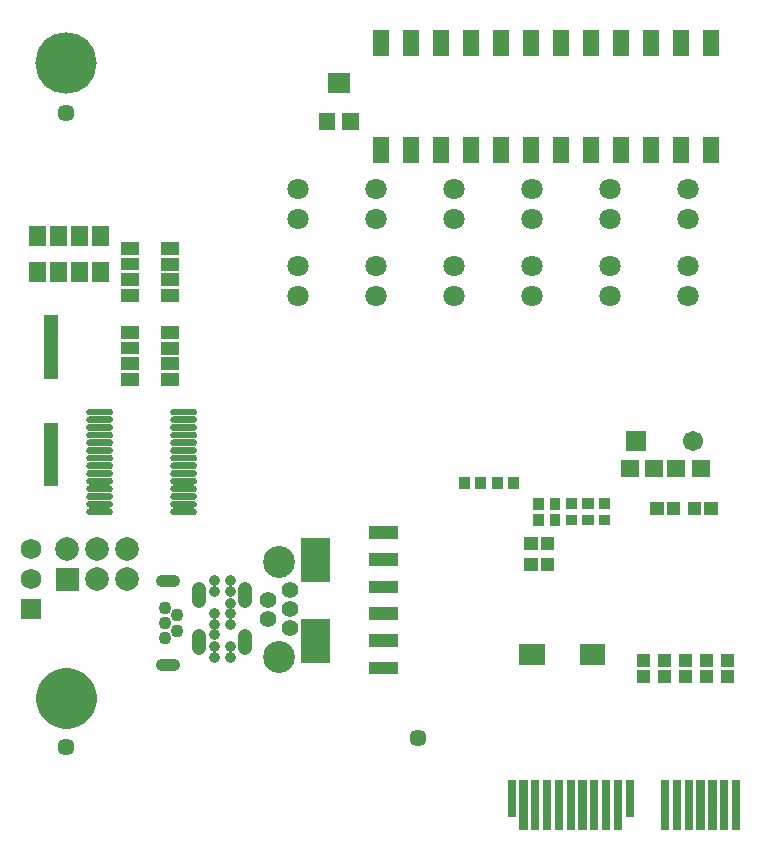
<source format=gbs>
G04 Layer: BottomSolderMaskLayer*
G04 EasyEDA v6.4.7, 2021-02-24T17:41:02+08:00*
G04 aefd34b0273d4d6584ca49087094e06a,119f753a6ce64b8d841f2ad33262ab0c,10*
G04 Gerber Generator version 0.2*
G04 Scale: 100 percent, Rotated: No, Reflected: No *
G04 Dimensions in millimeters *
G04 leading zeros omitted , absolute positions ,3 integer and 3 decimal *
%FSLAX33Y33*%
%MOMM*%
G90*
D02*

%ADD68C,1.403198*%
%ADD69C,5.203190*%
%ADD72C,1.003198*%
%ADD73C,0.903199*%
%ADD74C,1.203198*%
%ADD76C,1.448003*%
%ADD77C,2.003196*%
%ADD79C,1.803197*%
%ADD81C,1.703197*%
%ADD84R,1.727200X1.727200*%
%ADD85C,1.727200*%
%ADD92C,1.103198*%
%ADD93C,2.703195*%
%ADD104R,1.573200X1.103198*%

%LPD*%
G54D69*
G01X8001Y12525D02*
G01X8001Y12525D01*
G54D72*
G01X17111Y22440D02*
G01X16111Y22440D01*
G01X17111Y15282D02*
G01X16111Y15282D01*
G54D73*
G01X20508Y22492D02*
G01X20508Y22492D01*
G01X20508Y21542D02*
G01X20508Y21542D01*
G01X20508Y19692D02*
G01X20508Y19692D01*
G01X20508Y18792D02*
G01X20508Y18792D01*
G01X20508Y17892D02*
G01X20508Y17892D01*
G01X20508Y16942D02*
G01X20508Y16942D01*
G01X20508Y15992D02*
G01X20508Y15992D01*
G01X21909Y15992D02*
G01X21909Y15992D01*
G01X21909Y16942D02*
G01X21909Y16942D01*
G01X21909Y18792D02*
G01X21909Y18792D01*
G01X21909Y19692D02*
G01X21909Y19692D01*
G01X21909Y20592D02*
G01X21909Y20592D01*
G01X21909Y21542D02*
G01X21909Y21542D01*
G01X21909Y22492D02*
G01X21909Y22492D01*
G54D74*
G01X23138Y17742D02*
G01X23138Y16742D01*
G01X23138Y21742D02*
G01X23138Y20742D01*
G01X19279Y17742D02*
G01X19279Y16742D01*
G01X19279Y21742D02*
G01X19279Y20742D01*
G36*
G01X59385Y5600D02*
G01X60085Y5600D01*
G01X60085Y1300D01*
G01X59385Y1300D01*
G01X59385Y5600D01*
G37*
G36*
G01X58385Y5600D02*
G01X59085Y5600D01*
G01X59085Y1300D01*
G01X58385Y1300D01*
G01X58385Y5600D01*
G37*
G36*
G01X60385Y5600D02*
G01X61085Y5600D01*
G01X61085Y1300D01*
G01X60385Y1300D01*
G01X60385Y5600D01*
G37*
G36*
G01X62385Y5600D02*
G01X63085Y5600D01*
G01X63085Y1300D01*
G01X62385Y1300D01*
G01X62385Y5600D01*
G37*
G36*
G01X61385Y5600D02*
G01X62085Y5600D01*
G01X62085Y1300D01*
G01X61385Y1300D01*
G01X61385Y5600D01*
G37*
G36*
G01X64385Y5600D02*
G01X65085Y5600D01*
G01X65085Y1300D01*
G01X64385Y1300D01*
G01X64385Y5600D01*
G37*
G36*
G01X63385Y5600D02*
G01X64085Y5600D01*
G01X64085Y1300D01*
G01X63385Y1300D01*
G01X63385Y5600D01*
G37*
G36*
G01X46385Y5600D02*
G01X47085Y5600D01*
G01X47085Y1300D01*
G01X46385Y1300D01*
G01X46385Y5600D01*
G37*
G36*
G01X45385Y5600D02*
G01X46085Y5600D01*
G01X46085Y2400D01*
G01X45385Y2400D01*
G01X45385Y5600D01*
G37*
G36*
G01X47385Y5600D02*
G01X48085Y5600D01*
G01X48085Y1300D01*
G01X47385Y1300D01*
G01X47385Y5600D01*
G37*
G36*
G01X53385Y5600D02*
G01X54085Y5600D01*
G01X54085Y1300D01*
G01X53385Y1300D01*
G01X53385Y5600D01*
G37*
G36*
G01X52385Y5600D02*
G01X53085Y5600D01*
G01X53085Y1300D01*
G01X52385Y1300D01*
G01X52385Y5600D01*
G37*
G36*
G01X55385Y5599D02*
G01X56085Y5599D01*
G01X56085Y2399D01*
G01X55385Y2399D01*
G01X55385Y5599D01*
G37*
G36*
G01X54385Y5600D02*
G01X55085Y5600D01*
G01X55085Y1300D01*
G01X54385Y1300D01*
G01X54385Y5600D01*
G37*
G36*
G01X49385Y5600D02*
G01X50085Y5600D01*
G01X50085Y1300D01*
G01X49385Y1300D01*
G01X49385Y5600D01*
G37*
G36*
G01X48385Y5600D02*
G01X49085Y5600D01*
G01X49085Y1300D01*
G01X48385Y1300D01*
G01X48385Y5600D01*
G37*
G36*
G01X51385Y5600D02*
G01X52085Y5600D01*
G01X52085Y1300D01*
G01X51385Y1300D01*
G01X51385Y5600D01*
G37*
G36*
G01X50385Y5600D02*
G01X51085Y5600D01*
G01X51085Y1300D01*
G01X50385Y1300D01*
G01X50385Y5600D01*
G37*
G54D69*
G01X8001Y66246D03*
G54D76*
G01X37846Y9160D03*
G01X8001Y8334D03*
G01X8001Y62055D03*
G54D77*
G01X13208Y25098D03*
G01X13208Y22558D03*
G01X10668Y25098D03*
G01X10668Y22558D03*
G01X8128Y25098D03*
G36*
G01X7127Y21558D02*
G01X7127Y23559D01*
G01X9128Y23559D01*
G01X9128Y21558D01*
G01X7127Y21558D01*
G37*
G54D79*
G01X60706Y53038D03*
G01X60706Y55578D03*
G01X60706Y49101D03*
G01X60706Y46561D03*
G36*
G01X61671Y13745D02*
G01X61671Y14862D01*
G01X62788Y14862D01*
G01X62788Y13745D01*
G01X61671Y13745D01*
G37*
G36*
G01X61671Y15142D02*
G01X61671Y16259D01*
G01X62788Y16259D01*
G01X62788Y15142D01*
G01X61671Y15142D01*
G37*
G36*
G01X63449Y13745D02*
G01X63449Y14862D01*
G01X64566Y14862D01*
G01X64566Y13745D01*
G01X63449Y13745D01*
G37*
G36*
G01X63449Y15142D02*
G01X63449Y16259D01*
G01X64566Y16259D01*
G01X64566Y15142D01*
G01X63449Y15142D01*
G37*
G36*
G01X59893Y13745D02*
G01X59893Y14862D01*
G01X61010Y14862D01*
G01X61010Y13745D01*
G01X59893Y13745D01*
G37*
G36*
G01X59893Y15142D02*
G01X59893Y16259D01*
G01X61010Y16259D01*
G01X61010Y15142D01*
G01X59893Y15142D01*
G37*
G36*
G01X58115Y13745D02*
G01X58115Y14862D01*
G01X59232Y14862D01*
G01X59232Y13745D01*
G01X58115Y13745D01*
G37*
G36*
G01X58115Y15142D02*
G01X58115Y16259D01*
G01X59232Y16259D01*
G01X59232Y15142D01*
G01X58115Y15142D01*
G37*
G36*
G01X56337Y13745D02*
G01X56337Y14862D01*
G01X57454Y14862D01*
G01X57454Y13745D01*
G01X56337Y13745D01*
G37*
G36*
G01X56337Y15142D02*
G01X56337Y16259D01*
G01X57454Y16259D01*
G01X57454Y15142D01*
G01X56337Y15142D01*
G37*
G36*
G01X55384Y33392D02*
G01X55384Y35093D01*
G01X57086Y35093D01*
G01X57086Y33392D01*
G01X55384Y33392D01*
G37*
G54D81*
G01X61112Y34242D03*
G36*
G01X57043Y31230D02*
G01X57043Y32683D01*
G01X58554Y32683D01*
G01X58554Y31230D01*
G01X57043Y31230D01*
G37*
G36*
G01X54983Y31230D02*
G01X54983Y32683D01*
G01X56494Y32683D01*
G01X56494Y31230D01*
G01X54983Y31230D01*
G37*
G36*
G01X60980Y31230D02*
G01X60980Y32683D01*
G01X62491Y32683D01*
G01X62491Y31230D01*
G01X60980Y31230D01*
G37*
G36*
G01X58920Y31230D02*
G01X58920Y32683D01*
G01X60431Y32683D01*
G01X60431Y31230D01*
G01X58920Y31230D01*
G37*
G36*
G01X33652Y19112D02*
G01X33652Y20191D01*
G01X36095Y20191D01*
G01X36095Y19112D01*
G01X33652Y19112D01*
G37*
G36*
G01X33652Y16810D02*
G01X33652Y17892D01*
G01X36095Y17892D01*
G01X36095Y16810D01*
G01X33652Y16810D01*
G37*
G36*
G01X33652Y14512D02*
G01X33652Y15591D01*
G01X36095Y15591D01*
G01X36095Y14512D01*
G01X33652Y14512D01*
G37*
G36*
G01X27912Y15500D02*
G01X27912Y19203D01*
G01X30355Y19203D01*
G01X30355Y15500D01*
G01X27912Y15500D01*
G37*
G36*
G01X33652Y25970D02*
G01X33652Y27049D01*
G01X36095Y27049D01*
G01X36095Y25970D01*
G01X33652Y25970D01*
G37*
G36*
G01X33652Y23668D02*
G01X33652Y24750D01*
G01X36095Y24750D01*
G01X36095Y23668D01*
G01X33652Y23668D01*
G37*
G36*
G01X33652Y21370D02*
G01X33652Y22449D01*
G01X36095Y22449D01*
G01X36095Y21370D01*
G01X33652Y21370D01*
G37*
G36*
G01X27912Y22358D02*
G01X27912Y26061D01*
G01X30355Y26061D01*
G01X30355Y22358D01*
G01X27912Y22358D01*
G37*
G36*
G01X48209Y25048D02*
G01X48209Y26165D01*
G01X49326Y26165D01*
G01X49326Y25048D01*
G01X48209Y25048D01*
G37*
G36*
G01X46812Y25048D02*
G01X46812Y26165D01*
G01X47929Y26165D01*
G01X47929Y25048D01*
G01X46812Y25048D01*
G37*
G36*
G01X48209Y23270D02*
G01X48209Y24387D01*
G01X49326Y24387D01*
G01X49326Y23270D01*
G01X48209Y23270D01*
G37*
G36*
G01X46812Y23270D02*
G01X46812Y24387D01*
G01X47929Y24387D01*
G01X47929Y23270D01*
G01X46812Y23270D01*
G37*
G36*
G01X57480Y27969D02*
G01X57480Y29086D01*
G01X58597Y29086D01*
G01X58597Y27969D01*
G01X57480Y27969D01*
G37*
G36*
G01X58877Y27969D02*
G01X58877Y29086D01*
G01X59994Y29086D01*
G01X59994Y27969D01*
G01X58877Y27969D01*
G37*
G36*
G01X60655Y27969D02*
G01X60655Y29086D01*
G01X61772Y29086D01*
G01X61772Y27969D01*
G01X60655Y27969D01*
G37*
G36*
G01X62052Y27969D02*
G01X62052Y29086D01*
G01X63169Y29086D01*
G01X63169Y27969D01*
G01X62052Y27969D01*
G37*
G54D84*
G01X5080Y20018D03*
G54D85*
G01X5080Y25098D03*
G01X5080Y22558D03*
G36*
G01X61960Y57852D02*
G01X61960Y60054D01*
G01X63263Y60054D01*
G01X63263Y57852D01*
G01X61960Y57852D01*
G37*
G36*
G01X59420Y57852D02*
G01X59420Y60054D01*
G01X60723Y60054D01*
G01X60723Y57852D01*
G01X59420Y57852D01*
G37*
G36*
G01X59420Y66851D02*
G01X59420Y69053D01*
G01X60723Y69053D01*
G01X60723Y66851D01*
G01X59420Y66851D01*
G37*
G36*
G01X61960Y66851D02*
G01X61960Y69053D01*
G01X63263Y69053D01*
G01X63263Y66851D01*
G01X61960Y66851D01*
G37*
G36*
G01X56880Y57852D02*
G01X56880Y60054D01*
G01X58183Y60054D01*
G01X58183Y57852D01*
G01X56880Y57852D01*
G37*
G36*
G01X54340Y57852D02*
G01X54340Y60054D01*
G01X55643Y60054D01*
G01X55643Y57852D01*
G01X54340Y57852D01*
G37*
G36*
G01X51800Y57852D02*
G01X51800Y60054D01*
G01X53103Y60054D01*
G01X53103Y57852D01*
G01X51800Y57852D01*
G37*
G36*
G01X49260Y57852D02*
G01X49260Y60054D01*
G01X50563Y60054D01*
G01X50563Y57852D01*
G01X49260Y57852D01*
G37*
G36*
G01X56880Y66851D02*
G01X56880Y69053D01*
G01X58183Y69053D01*
G01X58183Y66851D01*
G01X56880Y66851D01*
G37*
G36*
G01X54340Y66851D02*
G01X54340Y69053D01*
G01X55643Y69053D01*
G01X55643Y66851D01*
G01X54340Y66851D01*
G37*
G36*
G01X51800Y66851D02*
G01X51800Y69053D01*
G01X53103Y69053D01*
G01X53103Y66851D01*
G01X51800Y66851D01*
G37*
G36*
G01X49260Y66851D02*
G01X49260Y69053D01*
G01X50563Y69053D01*
G01X50563Y66851D01*
G01X49260Y66851D01*
G37*
G36*
G01X46720Y57852D02*
G01X46720Y60054D01*
G01X48023Y60054D01*
G01X48023Y57852D01*
G01X46720Y57852D01*
G37*
G36*
G01X44180Y57852D02*
G01X44180Y60054D01*
G01X45483Y60054D01*
G01X45483Y57852D01*
G01X44180Y57852D01*
G37*
G36*
G01X44180Y66851D02*
G01X44180Y69053D01*
G01X45483Y69053D01*
G01X45483Y66851D01*
G01X44180Y66851D01*
G37*
G36*
G01X46720Y66851D02*
G01X46720Y69053D01*
G01X48023Y69053D01*
G01X48023Y66851D01*
G01X46720Y66851D01*
G37*
G36*
G01X41640Y57852D02*
G01X41640Y60054D01*
G01X42943Y60054D01*
G01X42943Y57852D01*
G01X41640Y57852D01*
G37*
G36*
G01X39100Y57852D02*
G01X39100Y60054D01*
G01X40403Y60054D01*
G01X40403Y57852D01*
G01X39100Y57852D01*
G37*
G36*
G01X36560Y57852D02*
G01X36560Y60054D01*
G01X37863Y60054D01*
G01X37863Y57852D01*
G01X36560Y57852D01*
G37*
G36*
G01X34020Y57852D02*
G01X34020Y60054D01*
G01X35323Y60054D01*
G01X35323Y57852D01*
G01X34020Y57852D01*
G37*
G36*
G01X41640Y66851D02*
G01X41640Y69053D01*
G01X42943Y69053D01*
G01X42943Y66851D01*
G01X41640Y66851D01*
G37*
G36*
G01X39100Y66851D02*
G01X39100Y69053D01*
G01X40403Y69053D01*
G01X40403Y66851D01*
G01X39100Y66851D01*
G37*
G36*
G01X36560Y66851D02*
G01X36560Y69053D01*
G01X37863Y69053D01*
G01X37863Y66851D01*
G01X36560Y66851D01*
G37*
G36*
G01X34020Y66851D02*
G01X34020Y69053D01*
G01X35323Y69053D01*
G01X35323Y66851D01*
G01X34020Y66851D01*
G37*
G54D79*
G01X54102Y46561D03*
G01X54102Y49101D03*
G01X47498Y46561D03*
G01X47498Y49101D03*
G01X40894Y46561D03*
G01X40894Y49101D03*
G01X34290Y46561D03*
G01X34290Y49101D03*
G01X27686Y46561D03*
G01X27686Y49101D03*
G36*
G01X30213Y63706D02*
G01X30213Y65434D01*
G01X32016Y65434D01*
G01X32016Y63706D01*
G01X30213Y63706D01*
G37*
G36*
G01X29413Y60618D02*
G01X29413Y62020D01*
G01X30817Y62020D01*
G01X30817Y60618D01*
G01X29413Y60618D01*
G37*
G36*
G01X31412Y60618D02*
G01X31412Y62020D01*
G01X32816Y62020D01*
G01X32816Y60618D01*
G01X31412Y60618D01*
G37*
G01X54102Y53038D03*
G01X54102Y55578D03*
G01X47498Y53038D03*
G01X47498Y55578D03*
G01X40894Y53038D03*
G01X40894Y55578D03*
G01X34290Y53038D03*
G01X34290Y55578D03*
G01X27686Y53038D03*
G01X27686Y55578D03*
G36*
G01X53093Y28522D02*
G01X53093Y29424D01*
G01X54094Y29424D01*
G01X54094Y28522D01*
G01X53093Y28522D01*
G37*
G36*
G01X53093Y27123D02*
G01X53093Y28024D01*
G01X54094Y28024D01*
G01X54094Y27123D01*
G01X53093Y27123D01*
G37*
G36*
G01X51696Y28522D02*
G01X51696Y29424D01*
G01X52697Y29424D01*
G01X52697Y28522D01*
G01X51696Y28522D01*
G37*
G36*
G01X51696Y27123D02*
G01X51696Y28024D01*
G01X52697Y28024D01*
G01X52697Y27123D01*
G01X51696Y27123D01*
G37*
G36*
G01X50299Y28522D02*
G01X50299Y29424D01*
G01X51300Y29424D01*
G01X51300Y28522D01*
G01X50299Y28522D01*
G37*
G36*
G01X50299Y27123D02*
G01X50299Y28024D01*
G01X51300Y28024D01*
G01X51300Y27123D01*
G01X50299Y27123D01*
G37*
G36*
G01X47553Y28472D02*
G01X47553Y29472D01*
G01X48455Y29472D01*
G01X48455Y28472D01*
G01X47553Y28472D01*
G37*
G36*
G01X48953Y28472D02*
G01X48953Y29472D01*
G01X49855Y29472D01*
G01X49855Y28472D01*
G01X48953Y28472D01*
G37*
G36*
G01X48953Y27075D02*
G01X48953Y28075D01*
G01X49855Y28075D01*
G01X49855Y27075D01*
G01X48953Y27075D01*
G37*
G36*
G01X47553Y27075D02*
G01X47553Y28075D01*
G01X48455Y28075D01*
G01X48455Y27075D01*
G01X47553Y27075D01*
G37*
G36*
G01X17129Y36440D02*
G01X17096Y36442D01*
G01X17061Y36447D01*
G01X17028Y36457D01*
G01X16995Y36473D01*
G01X16967Y36490D01*
G01X16939Y36513D01*
G01X16913Y36539D01*
G01X16891Y36567D01*
G01X16873Y36594D01*
G01X16857Y36627D01*
G01X16847Y36660D01*
G01X16842Y36696D01*
G01X16840Y36732D01*
G01X16842Y36767D01*
G01X16847Y36803D01*
G01X16857Y36836D01*
G01X16873Y36866D01*
G01X16891Y36897D01*
G01X16913Y36925D01*
G01X16939Y36950D01*
G01X16967Y36973D01*
G01X16995Y36991D01*
G01X17028Y37006D01*
G01X17061Y37016D01*
G01X17096Y37021D01*
G01X17129Y37024D01*
G01X18785Y37024D01*
G01X18818Y37021D01*
G01X18851Y37016D01*
G01X18887Y37006D01*
G01X18917Y36991D01*
G01X18948Y36973D01*
G01X18976Y36950D01*
G01X19001Y36925D01*
G01X19024Y36897D01*
G01X19042Y36866D01*
G01X19057Y36836D01*
G01X19067Y36800D01*
G01X19072Y36767D01*
G01X19075Y36732D01*
G01X19072Y36696D01*
G01X19067Y36660D01*
G01X19057Y36627D01*
G01X19042Y36594D01*
G01X19024Y36567D01*
G01X19001Y36539D01*
G01X18976Y36513D01*
G01X18948Y36490D01*
G01X18917Y36473D01*
G01X18887Y36457D01*
G01X18854Y36447D01*
G01X18818Y36442D01*
G01X18785Y36440D01*
G01X17129Y36440D01*
G37*
G36*
G01X17129Y35789D02*
G01X17096Y35792D01*
G01X17061Y35797D01*
G01X17028Y35807D01*
G01X16995Y35822D01*
G01X16967Y35840D01*
G01X16939Y35863D01*
G01X16913Y35888D01*
G01X16891Y35916D01*
G01X16873Y35947D01*
G01X16857Y35977D01*
G01X16847Y36010D01*
G01X16842Y36046D01*
G01X16840Y36081D01*
G01X16842Y36117D01*
G01X16847Y36152D01*
G01X16857Y36186D01*
G01X16873Y36219D01*
G01X16891Y36246D01*
G01X16913Y36274D01*
G01X16939Y36300D01*
G01X16967Y36323D01*
G01X16995Y36340D01*
G01X17028Y36356D01*
G01X17061Y36366D01*
G01X17096Y36371D01*
G01X17129Y36373D01*
G01X18785Y36373D01*
G01X18818Y36371D01*
G01X18854Y36366D01*
G01X18887Y36356D01*
G01X18917Y36340D01*
G01X18948Y36323D01*
G01X18976Y36300D01*
G01X19001Y36274D01*
G01X19024Y36246D01*
G01X19042Y36219D01*
G01X19057Y36186D01*
G01X19067Y36152D01*
G01X19072Y36117D01*
G01X19075Y36081D01*
G01X19072Y36046D01*
G01X19067Y36013D01*
G01X19057Y35977D01*
G01X19042Y35947D01*
G01X19024Y35916D01*
G01X19001Y35888D01*
G01X18976Y35863D01*
G01X18948Y35840D01*
G01X18917Y35822D01*
G01X18887Y35807D01*
G01X18851Y35797D01*
G01X18818Y35792D01*
G01X18785Y35789D01*
G01X17129Y35789D01*
G37*
G36*
G01X17129Y35139D02*
G01X17096Y35142D01*
G01X17061Y35149D01*
G01X17028Y35159D01*
G01X16995Y35172D01*
G01X16939Y35213D01*
G01X16913Y35238D01*
G01X16891Y35266D01*
G01X16873Y35297D01*
G01X16857Y35327D01*
G01X16847Y35360D01*
G01X16842Y35396D01*
G01X16840Y35431D01*
G01X16842Y35467D01*
G01X16847Y35502D01*
G01X16857Y35535D01*
G01X16873Y35568D01*
G01X16891Y35599D01*
G01X16913Y35627D01*
G01X16939Y35650D01*
G01X16967Y35672D01*
G01X16995Y35690D01*
G01X17028Y35705D01*
G01X17061Y35716D01*
G01X17096Y35721D01*
G01X17129Y35723D01*
G01X18785Y35723D01*
G01X18818Y35721D01*
G01X18851Y35716D01*
G01X18887Y35705D01*
G01X18917Y35690D01*
G01X18948Y35672D01*
G01X18976Y35650D01*
G01X19001Y35627D01*
G01X19024Y35599D01*
G01X19042Y35568D01*
G01X19057Y35535D01*
G01X19067Y35502D01*
G01X19072Y35467D01*
G01X19075Y35431D01*
G01X19072Y35396D01*
G01X19067Y35363D01*
G01X19057Y35327D01*
G01X19042Y35297D01*
G01X19024Y35266D01*
G01X19001Y35238D01*
G01X18976Y35213D01*
G01X18948Y35190D01*
G01X18917Y35172D01*
G01X18887Y35159D01*
G01X18854Y35149D01*
G01X18818Y35142D01*
G01X18785Y35139D01*
G01X17129Y35139D01*
G37*
G36*
G01X17129Y34489D02*
G01X17096Y34491D01*
G01X17061Y34499D01*
G01X17028Y34509D01*
G01X16995Y34522D01*
G01X16967Y34540D01*
G01X16939Y34562D01*
G01X16913Y34588D01*
G01X16891Y34616D01*
G01X16873Y34646D01*
G01X16857Y34679D01*
G01X16847Y34712D01*
G01X16842Y34745D01*
G01X16840Y34781D01*
G01X16842Y34816D01*
G01X16847Y34852D01*
G01X16857Y34885D01*
G01X16873Y34918D01*
G01X16891Y34949D01*
G01X16913Y34976D01*
G01X16939Y34999D01*
G01X16967Y35022D01*
G01X16995Y35040D01*
G01X17028Y35055D01*
G01X17061Y35065D01*
G01X17096Y35070D01*
G01X17129Y35073D01*
G01X18785Y35073D01*
G01X18818Y35070D01*
G01X18851Y35065D01*
G01X18887Y35055D01*
G01X18917Y35040D01*
G01X18948Y35022D01*
G01X18976Y34999D01*
G01X19001Y34976D01*
G01X19024Y34949D01*
G01X19042Y34918D01*
G01X19057Y34885D01*
G01X19067Y34852D01*
G01X19072Y34816D01*
G01X19075Y34781D01*
G01X19072Y34745D01*
G01X19067Y34712D01*
G01X19057Y34679D01*
G01X19042Y34646D01*
G01X19024Y34616D01*
G01X19001Y34588D01*
G01X18976Y34562D01*
G01X18948Y34540D01*
G01X18917Y34522D01*
G01X18887Y34509D01*
G01X18851Y34499D01*
G01X18818Y34491D01*
G01X18785Y34489D01*
G01X17129Y34489D01*
G37*
G36*
G01X17129Y33839D02*
G01X17096Y33841D01*
G01X17061Y33849D01*
G01X17028Y33859D01*
G01X16995Y33872D01*
G01X16939Y33912D01*
G01X16913Y33938D01*
G01X16891Y33966D01*
G01X16873Y33996D01*
G01X16857Y34029D01*
G01X16847Y34062D01*
G01X16842Y34095D01*
G01X16840Y34131D01*
G01X16842Y34166D01*
G01X16847Y34202D01*
G01X16857Y34235D01*
G01X16873Y34268D01*
G01X16891Y34298D01*
G01X16913Y34326D01*
G01X16939Y34349D01*
G01X16967Y34372D01*
G01X16995Y34390D01*
G01X17028Y34405D01*
G01X17061Y34415D01*
G01X17096Y34420D01*
G01X17129Y34423D01*
G01X18785Y34423D01*
G01X18818Y34420D01*
G01X18851Y34415D01*
G01X18887Y34405D01*
G01X18917Y34390D01*
G01X18948Y34372D01*
G01X18976Y34349D01*
G01X19001Y34326D01*
G01X19024Y34298D01*
G01X19042Y34268D01*
G01X19057Y34235D01*
G01X19067Y34202D01*
G01X19072Y34166D01*
G01X19075Y34131D01*
G01X19072Y34095D01*
G01X19067Y34062D01*
G01X19057Y34029D01*
G01X19042Y33996D01*
G01X19024Y33966D01*
G01X19001Y33938D01*
G01X18976Y33912D01*
G01X18948Y33892D01*
G01X18917Y33872D01*
G01X18887Y33859D01*
G01X18854Y33849D01*
G01X18818Y33841D01*
G01X18785Y33839D01*
G01X17129Y33839D01*
G37*
G36*
G01X17129Y33188D02*
G01X17096Y33191D01*
G01X17061Y33198D01*
G01X17028Y33209D01*
G01X16995Y33224D01*
G01X16967Y33242D01*
G01X16939Y33262D01*
G01X16913Y33287D01*
G01X16891Y33315D01*
G01X16873Y33346D01*
G01X16857Y33379D01*
G01X16847Y33412D01*
G01X16842Y33447D01*
G01X16840Y33480D01*
G01X16842Y33516D01*
G01X16847Y33552D01*
G01X16857Y33585D01*
G01X16873Y33618D01*
G01X16891Y33648D01*
G01X16913Y33676D01*
G01X16939Y33701D01*
G01X16967Y33722D01*
G01X16995Y33739D01*
G01X17028Y33755D01*
G01X17061Y33765D01*
G01X17096Y33773D01*
G01X18818Y33773D01*
G01X18854Y33765D01*
G01X18887Y33755D01*
G01X18917Y33739D01*
G01X18948Y33722D01*
G01X18976Y33701D01*
G01X19001Y33676D01*
G01X19024Y33648D01*
G01X19042Y33618D01*
G01X19057Y33585D01*
G01X19067Y33552D01*
G01X19072Y33516D01*
G01X19075Y33480D01*
G01X19072Y33447D01*
G01X19067Y33412D01*
G01X19057Y33379D01*
G01X19042Y33346D01*
G01X19024Y33315D01*
G01X19001Y33287D01*
G01X18976Y33262D01*
G01X18948Y33242D01*
G01X18917Y33224D01*
G01X18887Y33209D01*
G01X18854Y33198D01*
G01X18818Y33191D01*
G01X18785Y33188D01*
G01X17129Y33188D01*
G37*
G36*
G01X17096Y32541D02*
G01X17061Y32548D01*
G01X17028Y32558D01*
G01X16995Y32574D01*
G01X16967Y32591D01*
G01X16939Y32612D01*
G01X16913Y32637D01*
G01X16891Y32665D01*
G01X16873Y32696D01*
G01X16857Y32729D01*
G01X16847Y32762D01*
G01X16842Y32797D01*
G01X16840Y32833D01*
G01X16842Y32868D01*
G01X16847Y32901D01*
G01X16857Y32937D01*
G01X16873Y32967D01*
G01X16891Y32998D01*
G01X16913Y33026D01*
G01X16939Y33051D01*
G01X16995Y33092D01*
G01X17028Y33104D01*
G01X17061Y33115D01*
G01X17096Y33122D01*
G01X17129Y33125D01*
G01X18785Y33125D01*
G01X18818Y33122D01*
G01X18851Y33115D01*
G01X18887Y33104D01*
G01X18917Y33092D01*
G01X18948Y33071D01*
G01X18976Y33051D01*
G01X19001Y33026D01*
G01X19024Y32998D01*
G01X19042Y32967D01*
G01X19057Y32937D01*
G01X19067Y32901D01*
G01X19072Y32868D01*
G01X19075Y32833D01*
G01X19072Y32797D01*
G01X19067Y32762D01*
G01X19057Y32729D01*
G01X19042Y32696D01*
G01X19024Y32665D01*
G01X19001Y32637D01*
G01X18976Y32612D01*
G01X18948Y32591D01*
G01X18917Y32574D01*
G01X18887Y32558D01*
G01X18854Y32548D01*
G01X18818Y32541D01*
G01X17096Y32541D01*
G37*
G36*
G01X17096Y31890D02*
G01X17061Y31898D01*
G01X17028Y31908D01*
G01X16995Y31923D01*
G01X16967Y31941D01*
G01X16939Y31964D01*
G01X16913Y31987D01*
G01X16891Y32015D01*
G01X16873Y32045D01*
G01X16857Y32078D01*
G01X16847Y32111D01*
G01X16842Y32147D01*
G01X16840Y32182D01*
G01X16842Y32218D01*
G01X16847Y32251D01*
G01X16857Y32287D01*
G01X16873Y32317D01*
G01X16891Y32348D01*
G01X16913Y32376D01*
G01X16939Y32401D01*
G01X16995Y32442D01*
G01X17028Y32454D01*
G01X17061Y32464D01*
G01X17096Y32472D01*
G01X17129Y32475D01*
G01X18785Y32475D01*
G01X18818Y32472D01*
G01X18851Y32464D01*
G01X18887Y32454D01*
G01X18917Y32442D01*
G01X18948Y32421D01*
G01X18976Y32401D01*
G01X19001Y32376D01*
G01X19024Y32348D01*
G01X19042Y32317D01*
G01X19057Y32287D01*
G01X19067Y32251D01*
G01X19072Y32218D01*
G01X19075Y32182D01*
G01X19072Y32147D01*
G01X19067Y32111D01*
G01X19057Y32078D01*
G01X19042Y32045D01*
G01X19024Y32015D01*
G01X19001Y31987D01*
G01X18976Y31964D01*
G01X18948Y31941D01*
G01X18917Y31923D01*
G01X18887Y31908D01*
G01X18854Y31898D01*
G01X18818Y31890D01*
G01X17096Y31890D01*
G37*
G36*
G01X17129Y31240D02*
G01X17096Y31243D01*
G01X17061Y31248D01*
G01X17028Y31258D01*
G01X16995Y31273D01*
G01X16967Y31291D01*
G01X16939Y31314D01*
G01X16913Y31339D01*
G01X16891Y31365D01*
G01X16873Y31395D01*
G01X16857Y31428D01*
G01X16847Y31461D01*
G01X16842Y31497D01*
G01X16840Y31532D01*
G01X16842Y31568D01*
G01X16847Y31601D01*
G01X16857Y31636D01*
G01X16873Y31667D01*
G01X16891Y31697D01*
G01X16913Y31725D01*
G01X16939Y31751D01*
G01X16995Y31791D01*
G01X17061Y31817D01*
G01X17096Y31822D01*
G01X17129Y31824D01*
G01X18785Y31824D01*
G01X18818Y31822D01*
G01X18851Y31817D01*
G01X18887Y31804D01*
G01X18917Y31791D01*
G01X18948Y31771D01*
G01X18976Y31751D01*
G01X19001Y31725D01*
G01X19024Y31697D01*
G01X19042Y31667D01*
G01X19057Y31636D01*
G01X19067Y31601D01*
G01X19072Y31568D01*
G01X19075Y31532D01*
G01X19072Y31497D01*
G01X19067Y31461D01*
G01X19057Y31428D01*
G01X19042Y31395D01*
G01X19024Y31365D01*
G01X19001Y31339D01*
G01X18976Y31314D01*
G01X18948Y31291D01*
G01X18917Y31273D01*
G01X18887Y31258D01*
G01X18854Y31248D01*
G01X18818Y31243D01*
G01X18785Y31240D01*
G01X17129Y31240D01*
G37*
G36*
G01X17129Y30590D02*
G01X17096Y30592D01*
G01X17061Y30598D01*
G01X17028Y30608D01*
G01X16995Y30623D01*
G01X16967Y30641D01*
G01X16939Y30664D01*
G01X16913Y30686D01*
G01X16891Y30714D01*
G01X16873Y30745D01*
G01X16857Y30778D01*
G01X16847Y30811D01*
G01X16842Y30846D01*
G01X16840Y30882D01*
G01X16842Y30918D01*
G01X16847Y30953D01*
G01X16857Y30986D01*
G01X16873Y31017D01*
G01X16891Y31047D01*
G01X16913Y31075D01*
G01X16939Y31100D01*
G01X16995Y31141D01*
G01X17028Y31154D01*
G01X17061Y31164D01*
G01X17096Y31172D01*
G01X17129Y31174D01*
G01X18785Y31174D01*
G01X18818Y31172D01*
G01X18854Y31164D01*
G01X18887Y31154D01*
G01X18917Y31141D01*
G01X18948Y31121D01*
G01X18976Y31100D01*
G01X19001Y31075D01*
G01X19024Y31047D01*
G01X19042Y31017D01*
G01X19057Y30986D01*
G01X19067Y30951D01*
G01X19072Y30918D01*
G01X19075Y30882D01*
G01X19072Y30846D01*
G01X19067Y30811D01*
G01X19057Y30778D01*
G01X19042Y30745D01*
G01X19024Y30714D01*
G01X19001Y30686D01*
G01X18976Y30664D01*
G01X18948Y30641D01*
G01X18917Y30623D01*
G01X18887Y30608D01*
G01X18851Y30598D01*
G01X18818Y30592D01*
G01X18785Y30590D01*
G01X17129Y30590D01*
G37*
G36*
G01X17129Y29940D02*
G01X17096Y29942D01*
G01X17061Y29947D01*
G01X17028Y29957D01*
G01X16995Y29973D01*
G01X16967Y29990D01*
G01X16939Y30013D01*
G01X16913Y30036D01*
G01X16891Y30064D01*
G01X16873Y30095D01*
G01X16857Y30128D01*
G01X16847Y30161D01*
G01X16842Y30196D01*
G01X16840Y30232D01*
G01X16842Y30267D01*
G01X16847Y30300D01*
G01X16857Y30336D01*
G01X16873Y30366D01*
G01X16891Y30397D01*
G01X16913Y30425D01*
G01X16939Y30450D01*
G01X16995Y30491D01*
G01X17061Y30516D01*
G01X17096Y30521D01*
G01X17129Y30524D01*
G01X18785Y30524D01*
G01X18818Y30521D01*
G01X18851Y30516D01*
G01X18887Y30504D01*
G01X18917Y30491D01*
G01X18948Y30471D01*
G01X18976Y30450D01*
G01X19001Y30425D01*
G01X19024Y30397D01*
G01X19042Y30366D01*
G01X19057Y30336D01*
G01X19067Y30300D01*
G01X19072Y30267D01*
G01X19075Y30232D01*
G01X19072Y30196D01*
G01X19067Y30161D01*
G01X19057Y30128D01*
G01X19042Y30095D01*
G01X19024Y30064D01*
G01X19001Y30036D01*
G01X18976Y30013D01*
G01X18948Y29990D01*
G01X18917Y29973D01*
G01X18887Y29957D01*
G01X18854Y29947D01*
G01X18818Y29942D01*
G01X18785Y29940D01*
G01X17129Y29940D01*
G37*
G36*
G01X17129Y29289D02*
G01X17096Y29292D01*
G01X17061Y29297D01*
G01X17028Y29307D01*
G01X16995Y29322D01*
G01X16967Y29340D01*
G01X16939Y29363D01*
G01X16913Y29388D01*
G01X16891Y29416D01*
G01X16873Y29444D01*
G01X16857Y29477D01*
G01X16847Y29510D01*
G01X16842Y29546D01*
G01X16840Y29582D01*
G01X16842Y29617D01*
G01X16847Y29653D01*
G01X16857Y29686D01*
G01X16873Y29716D01*
G01X16891Y29747D01*
G01X16913Y29775D01*
G01X16939Y29800D01*
G01X16967Y29823D01*
G01X16995Y29841D01*
G01X17028Y29856D01*
G01X17061Y29866D01*
G01X17096Y29871D01*
G01X17129Y29874D01*
G01X18785Y29874D01*
G01X18818Y29871D01*
G01X18851Y29866D01*
G01X18887Y29856D01*
G01X18917Y29841D01*
G01X18948Y29823D01*
G01X18976Y29800D01*
G01X19001Y29775D01*
G01X19024Y29747D01*
G01X19042Y29716D01*
G01X19057Y29686D01*
G01X19067Y29650D01*
G01X19072Y29617D01*
G01X19075Y29582D01*
G01X19072Y29546D01*
G01X19067Y29510D01*
G01X19057Y29477D01*
G01X19042Y29444D01*
G01X19024Y29416D01*
G01X19001Y29388D01*
G01X18976Y29363D01*
G01X18948Y29340D01*
G01X18917Y29322D01*
G01X18887Y29307D01*
G01X18854Y29297D01*
G01X18818Y29292D01*
G01X18785Y29289D01*
G01X17129Y29289D01*
G37*
G36*
G01X17129Y28639D02*
G01X17096Y28642D01*
G01X17061Y28647D01*
G01X16995Y28672D01*
G01X16939Y28713D01*
G01X16913Y28738D01*
G01X16891Y28766D01*
G01X16873Y28797D01*
G01X16857Y28827D01*
G01X16847Y28863D01*
G01X16842Y28896D01*
G01X16840Y28931D01*
G01X16842Y28967D01*
G01X16847Y29002D01*
G01X16857Y29035D01*
G01X16873Y29068D01*
G01X16891Y29099D01*
G01X16913Y29127D01*
G01X16939Y29150D01*
G01X16967Y29173D01*
G01X16995Y29190D01*
G01X17028Y29206D01*
G01X17061Y29216D01*
G01X17096Y29221D01*
G01X17129Y29223D01*
G01X18785Y29223D01*
G01X18818Y29221D01*
G01X18854Y29216D01*
G01X18887Y29206D01*
G01X18917Y29190D01*
G01X18948Y29173D01*
G01X18976Y29150D01*
G01X19001Y29127D01*
G01X19024Y29099D01*
G01X19042Y29068D01*
G01X19057Y29035D01*
G01X19067Y29002D01*
G01X19072Y28967D01*
G01X19075Y28931D01*
G01X19072Y28896D01*
G01X19067Y28863D01*
G01X19057Y28827D01*
G01X19042Y28797D01*
G01X19024Y28766D01*
G01X19001Y28738D01*
G01X18976Y28713D01*
G01X18948Y28693D01*
G01X18917Y28672D01*
G01X18887Y28659D01*
G01X18851Y28647D01*
G01X18818Y28642D01*
G01X18785Y28639D01*
G01X17129Y28639D01*
G37*
G36*
G01X17129Y27989D02*
G01X17096Y27991D01*
G01X17061Y27999D01*
G01X17028Y28009D01*
G01X16995Y28022D01*
G01X16939Y28063D01*
G01X16913Y28088D01*
G01X16891Y28116D01*
G01X16873Y28146D01*
G01X16857Y28177D01*
G01X16847Y28210D01*
G01X16842Y28245D01*
G01X16840Y28281D01*
G01X16842Y28317D01*
G01X16847Y28352D01*
G01X16857Y28385D01*
G01X16873Y28418D01*
G01X16891Y28449D01*
G01X16913Y28477D01*
G01X16939Y28499D01*
G01X16967Y28522D01*
G01X16995Y28540D01*
G01X17028Y28555D01*
G01X17061Y28566D01*
G01X17096Y28571D01*
G01X17129Y28573D01*
G01X18785Y28573D01*
G01X18818Y28571D01*
G01X18851Y28566D01*
G01X18887Y28555D01*
G01X18917Y28540D01*
G01X18948Y28522D01*
G01X18976Y28499D01*
G01X19001Y28477D01*
G01X19024Y28449D01*
G01X19042Y28418D01*
G01X19057Y28385D01*
G01X19067Y28352D01*
G01X19072Y28317D01*
G01X19075Y28281D01*
G01X19072Y28245D01*
G01X19067Y28212D01*
G01X19057Y28177D01*
G01X19042Y28146D01*
G01X19024Y28116D01*
G01X19001Y28088D01*
G01X18976Y28063D01*
G01X18948Y28040D01*
G01X18917Y28022D01*
G01X18887Y28009D01*
G01X18854Y27999D01*
G01X18818Y27991D01*
G01X18785Y27989D01*
G01X17129Y27989D01*
G37*
G36*
G01X10017Y27989D02*
G01X9984Y27991D01*
G01X9949Y27999D01*
G01X9916Y28009D01*
G01X9883Y28022D01*
G01X9827Y28063D01*
G01X9801Y28088D01*
G01X9779Y28116D01*
G01X9761Y28146D01*
G01X9745Y28177D01*
G01X9735Y28210D01*
G01X9730Y28245D01*
G01X9728Y28281D01*
G01X9730Y28317D01*
G01X9735Y28352D01*
G01X9745Y28385D01*
G01X9761Y28418D01*
G01X9779Y28449D01*
G01X9801Y28477D01*
G01X9827Y28499D01*
G01X9855Y28522D01*
G01X9883Y28540D01*
G01X9916Y28555D01*
G01X9949Y28566D01*
G01X9984Y28571D01*
G01X10017Y28573D01*
G01X11673Y28573D01*
G01X11706Y28571D01*
G01X11739Y28566D01*
G01X11775Y28555D01*
G01X11805Y28540D01*
G01X11836Y28522D01*
G01X11864Y28499D01*
G01X11889Y28477D01*
G01X11912Y28449D01*
G01X11930Y28418D01*
G01X11945Y28385D01*
G01X11955Y28352D01*
G01X11960Y28317D01*
G01X11963Y28281D01*
G01X11960Y28245D01*
G01X11955Y28212D01*
G01X11945Y28177D01*
G01X11930Y28146D01*
G01X11912Y28116D01*
G01X11889Y28088D01*
G01X11864Y28063D01*
G01X11836Y28040D01*
G01X11805Y28022D01*
G01X11775Y28009D01*
G01X11742Y27999D01*
G01X11706Y27991D01*
G01X11673Y27989D01*
G01X10017Y27989D01*
G37*
G36*
G01X10017Y28639D02*
G01X9984Y28642D01*
G01X9949Y28647D01*
G01X9883Y28672D01*
G01X9827Y28713D01*
G01X9801Y28738D01*
G01X9779Y28766D01*
G01X9761Y28797D01*
G01X9745Y28827D01*
G01X9735Y28863D01*
G01X9730Y28896D01*
G01X9728Y28931D01*
G01X9730Y28967D01*
G01X9735Y29002D01*
G01X9745Y29035D01*
G01X9761Y29068D01*
G01X9779Y29099D01*
G01X9801Y29127D01*
G01X9827Y29150D01*
G01X9855Y29173D01*
G01X9883Y29190D01*
G01X9916Y29206D01*
G01X9949Y29216D01*
G01X9984Y29221D01*
G01X10017Y29223D01*
G01X11673Y29223D01*
G01X11706Y29221D01*
G01X11742Y29216D01*
G01X11775Y29206D01*
G01X11805Y29190D01*
G01X11836Y29173D01*
G01X11864Y29150D01*
G01X11889Y29127D01*
G01X11912Y29099D01*
G01X11930Y29068D01*
G01X11945Y29035D01*
G01X11955Y29002D01*
G01X11960Y28967D01*
G01X11963Y28931D01*
G01X11960Y28896D01*
G01X11955Y28863D01*
G01X11945Y28827D01*
G01X11930Y28797D01*
G01X11912Y28766D01*
G01X11889Y28738D01*
G01X11864Y28713D01*
G01X11836Y28693D01*
G01X11805Y28672D01*
G01X11775Y28659D01*
G01X11739Y28647D01*
G01X11706Y28642D01*
G01X11673Y28639D01*
G01X10017Y28639D01*
G37*
G36*
G01X10017Y29289D02*
G01X9984Y29292D01*
G01X9949Y29297D01*
G01X9916Y29307D01*
G01X9883Y29322D01*
G01X9855Y29340D01*
G01X9827Y29363D01*
G01X9801Y29388D01*
G01X9779Y29416D01*
G01X9761Y29444D01*
G01X9745Y29477D01*
G01X9735Y29510D01*
G01X9730Y29546D01*
G01X9728Y29582D01*
G01X9730Y29617D01*
G01X9735Y29653D01*
G01X9745Y29686D01*
G01X9761Y29716D01*
G01X9779Y29747D01*
G01X9801Y29775D01*
G01X9827Y29800D01*
G01X9855Y29823D01*
G01X9883Y29841D01*
G01X9916Y29856D01*
G01X9949Y29866D01*
G01X9984Y29871D01*
G01X10017Y29874D01*
G01X11673Y29874D01*
G01X11706Y29871D01*
G01X11739Y29866D01*
G01X11775Y29856D01*
G01X11805Y29841D01*
G01X11836Y29823D01*
G01X11864Y29800D01*
G01X11889Y29775D01*
G01X11912Y29747D01*
G01X11930Y29716D01*
G01X11945Y29686D01*
G01X11955Y29650D01*
G01X11960Y29617D01*
G01X11963Y29582D01*
G01X11960Y29546D01*
G01X11955Y29510D01*
G01X11945Y29477D01*
G01X11930Y29444D01*
G01X11912Y29416D01*
G01X11889Y29388D01*
G01X11864Y29363D01*
G01X11836Y29340D01*
G01X11805Y29322D01*
G01X11775Y29307D01*
G01X11742Y29297D01*
G01X11706Y29292D01*
G01X11673Y29289D01*
G01X10017Y29289D01*
G37*
G36*
G01X10017Y29940D02*
G01X9984Y29942D01*
G01X9949Y29947D01*
G01X9916Y29957D01*
G01X9883Y29973D01*
G01X9855Y29990D01*
G01X9827Y30013D01*
G01X9801Y30036D01*
G01X9779Y30064D01*
G01X9761Y30095D01*
G01X9745Y30128D01*
G01X9735Y30161D01*
G01X9730Y30196D01*
G01X9728Y30232D01*
G01X9730Y30267D01*
G01X9735Y30300D01*
G01X9745Y30336D01*
G01X9761Y30366D01*
G01X9779Y30397D01*
G01X9801Y30425D01*
G01X9827Y30450D01*
G01X9883Y30491D01*
G01X9949Y30516D01*
G01X9984Y30521D01*
G01X10017Y30524D01*
G01X11673Y30524D01*
G01X11706Y30521D01*
G01X11739Y30516D01*
G01X11775Y30504D01*
G01X11805Y30491D01*
G01X11836Y30471D01*
G01X11864Y30450D01*
G01X11889Y30425D01*
G01X11912Y30397D01*
G01X11930Y30366D01*
G01X11945Y30336D01*
G01X11955Y30300D01*
G01X11960Y30267D01*
G01X11963Y30232D01*
G01X11960Y30196D01*
G01X11955Y30161D01*
G01X11945Y30128D01*
G01X11930Y30095D01*
G01X11912Y30064D01*
G01X11889Y30036D01*
G01X11864Y30013D01*
G01X11836Y29990D01*
G01X11805Y29973D01*
G01X11775Y29957D01*
G01X11742Y29947D01*
G01X11706Y29942D01*
G01X11673Y29940D01*
G01X10017Y29940D01*
G37*
G36*
G01X10017Y30590D02*
G01X9984Y30592D01*
G01X9949Y30598D01*
G01X9916Y30608D01*
G01X9883Y30623D01*
G01X9855Y30641D01*
G01X9827Y30664D01*
G01X9801Y30686D01*
G01X9779Y30714D01*
G01X9761Y30745D01*
G01X9745Y30778D01*
G01X9735Y30811D01*
G01X9730Y30846D01*
G01X9728Y30882D01*
G01X9730Y30918D01*
G01X9735Y30953D01*
G01X9745Y30986D01*
G01X9761Y31017D01*
G01X9779Y31047D01*
G01X9801Y31075D01*
G01X9827Y31100D01*
G01X9883Y31141D01*
G01X9916Y31154D01*
G01X9949Y31164D01*
G01X9984Y31172D01*
G01X10017Y31174D01*
G01X11673Y31174D01*
G01X11706Y31172D01*
G01X11742Y31164D01*
G01X11775Y31154D01*
G01X11805Y31141D01*
G01X11836Y31121D01*
G01X11864Y31100D01*
G01X11889Y31075D01*
G01X11912Y31047D01*
G01X11930Y31017D01*
G01X11945Y30986D01*
G01X11955Y30951D01*
G01X11960Y30918D01*
G01X11963Y30882D01*
G01X11960Y30846D01*
G01X11955Y30811D01*
G01X11945Y30778D01*
G01X11930Y30745D01*
G01X11912Y30714D01*
G01X11889Y30686D01*
G01X11864Y30664D01*
G01X11836Y30641D01*
G01X11805Y30623D01*
G01X11775Y30608D01*
G01X11739Y30598D01*
G01X11706Y30592D01*
G01X11673Y30590D01*
G01X10017Y30590D01*
G37*
G36*
G01X10017Y31240D02*
G01X9984Y31243D01*
G01X9949Y31248D01*
G01X9916Y31258D01*
G01X9883Y31273D01*
G01X9855Y31291D01*
G01X9827Y31314D01*
G01X9801Y31339D01*
G01X9779Y31365D01*
G01X9761Y31395D01*
G01X9745Y31428D01*
G01X9735Y31461D01*
G01X9730Y31497D01*
G01X9728Y31532D01*
G01X9730Y31568D01*
G01X9735Y31601D01*
G01X9745Y31636D01*
G01X9761Y31667D01*
G01X9779Y31697D01*
G01X9801Y31725D01*
G01X9827Y31751D01*
G01X9883Y31791D01*
G01X9949Y31817D01*
G01X9984Y31822D01*
G01X10017Y31824D01*
G01X11673Y31824D01*
G01X11706Y31822D01*
G01X11739Y31817D01*
G01X11775Y31804D01*
G01X11805Y31791D01*
G01X11836Y31771D01*
G01X11864Y31751D01*
G01X11889Y31725D01*
G01X11912Y31697D01*
G01X11930Y31667D01*
G01X11945Y31636D01*
G01X11955Y31601D01*
G01X11960Y31568D01*
G01X11963Y31532D01*
G01X11960Y31497D01*
G01X11955Y31461D01*
G01X11945Y31428D01*
G01X11930Y31395D01*
G01X11912Y31365D01*
G01X11889Y31339D01*
G01X11864Y31314D01*
G01X11836Y31291D01*
G01X11805Y31273D01*
G01X11775Y31258D01*
G01X11742Y31248D01*
G01X11706Y31243D01*
G01X11673Y31240D01*
G01X10017Y31240D01*
G37*
G36*
G01X9984Y31890D02*
G01X9949Y31898D01*
G01X9916Y31908D01*
G01X9883Y31923D01*
G01X9855Y31941D01*
G01X9827Y31964D01*
G01X9801Y31987D01*
G01X9779Y32015D01*
G01X9761Y32045D01*
G01X9745Y32078D01*
G01X9735Y32111D01*
G01X9730Y32147D01*
G01X9728Y32182D01*
G01X9730Y32218D01*
G01X9735Y32251D01*
G01X9745Y32287D01*
G01X9761Y32317D01*
G01X9779Y32348D01*
G01X9801Y32376D01*
G01X9827Y32401D01*
G01X9883Y32442D01*
G01X9916Y32454D01*
G01X9949Y32464D01*
G01X9984Y32472D01*
G01X10017Y32475D01*
G01X11673Y32475D01*
G01X11706Y32472D01*
G01X11739Y32464D01*
G01X11775Y32454D01*
G01X11805Y32442D01*
G01X11836Y32421D01*
G01X11864Y32401D01*
G01X11889Y32376D01*
G01X11912Y32348D01*
G01X11930Y32317D01*
G01X11945Y32287D01*
G01X11955Y32251D01*
G01X11960Y32218D01*
G01X11963Y32182D01*
G01X11960Y32147D01*
G01X11955Y32111D01*
G01X11945Y32078D01*
G01X11930Y32045D01*
G01X11912Y32015D01*
G01X11889Y31987D01*
G01X11864Y31964D01*
G01X11836Y31941D01*
G01X11805Y31923D01*
G01X11775Y31908D01*
G01X11742Y31898D01*
G01X11706Y31890D01*
G01X9984Y31890D01*
G37*
G36*
G01X9984Y32541D02*
G01X9949Y32548D01*
G01X9916Y32558D01*
G01X9883Y32574D01*
G01X9855Y32591D01*
G01X9827Y32612D01*
G01X9801Y32637D01*
G01X9779Y32665D01*
G01X9761Y32696D01*
G01X9745Y32729D01*
G01X9735Y32762D01*
G01X9730Y32797D01*
G01X9728Y32833D01*
G01X9730Y32868D01*
G01X9735Y32901D01*
G01X9745Y32937D01*
G01X9761Y32967D01*
G01X9779Y32998D01*
G01X9801Y33026D01*
G01X9827Y33051D01*
G01X9883Y33092D01*
G01X9916Y33104D01*
G01X9949Y33115D01*
G01X9984Y33122D01*
G01X10017Y33125D01*
G01X11673Y33125D01*
G01X11706Y33122D01*
G01X11739Y33115D01*
G01X11775Y33104D01*
G01X11805Y33092D01*
G01X11836Y33071D01*
G01X11864Y33051D01*
G01X11889Y33026D01*
G01X11912Y32998D01*
G01X11930Y32967D01*
G01X11945Y32937D01*
G01X11955Y32901D01*
G01X11960Y32868D01*
G01X11963Y32833D01*
G01X11960Y32797D01*
G01X11955Y32762D01*
G01X11945Y32729D01*
G01X11930Y32696D01*
G01X11912Y32665D01*
G01X11889Y32637D01*
G01X11864Y32612D01*
G01X11836Y32591D01*
G01X11805Y32574D01*
G01X11775Y32558D01*
G01X11742Y32548D01*
G01X11706Y32541D01*
G01X9984Y32541D01*
G37*
G36*
G01X10017Y33188D02*
G01X9984Y33191D01*
G01X9949Y33198D01*
G01X9916Y33209D01*
G01X9883Y33224D01*
G01X9855Y33242D01*
G01X9827Y33262D01*
G01X9801Y33287D01*
G01X9779Y33315D01*
G01X9761Y33346D01*
G01X9745Y33379D01*
G01X9735Y33412D01*
G01X9730Y33447D01*
G01X9728Y33480D01*
G01X9730Y33516D01*
G01X9735Y33552D01*
G01X9745Y33585D01*
G01X9761Y33618D01*
G01X9779Y33648D01*
G01X9801Y33676D01*
G01X9827Y33701D01*
G01X9855Y33722D01*
G01X9883Y33739D01*
G01X9916Y33755D01*
G01X9949Y33765D01*
G01X9984Y33773D01*
G01X11706Y33773D01*
G01X11742Y33765D01*
G01X11775Y33755D01*
G01X11805Y33739D01*
G01X11836Y33722D01*
G01X11864Y33701D01*
G01X11889Y33676D01*
G01X11912Y33648D01*
G01X11930Y33618D01*
G01X11945Y33585D01*
G01X11955Y33552D01*
G01X11960Y33516D01*
G01X11963Y33480D01*
G01X11960Y33447D01*
G01X11955Y33412D01*
G01X11945Y33379D01*
G01X11930Y33346D01*
G01X11912Y33315D01*
G01X11889Y33287D01*
G01X11864Y33262D01*
G01X11836Y33242D01*
G01X11805Y33224D01*
G01X11775Y33209D01*
G01X11742Y33198D01*
G01X11706Y33191D01*
G01X11673Y33188D01*
G01X10017Y33188D01*
G37*
G36*
G01X10017Y33839D02*
G01X9984Y33841D01*
G01X9949Y33849D01*
G01X9916Y33859D01*
G01X9883Y33872D01*
G01X9827Y33912D01*
G01X9801Y33938D01*
G01X9779Y33966D01*
G01X9761Y33996D01*
G01X9745Y34029D01*
G01X9735Y34062D01*
G01X9730Y34095D01*
G01X9728Y34131D01*
G01X9730Y34166D01*
G01X9735Y34202D01*
G01X9745Y34235D01*
G01X9761Y34268D01*
G01X9779Y34298D01*
G01X9801Y34326D01*
G01X9827Y34349D01*
G01X9855Y34372D01*
G01X9883Y34390D01*
G01X9916Y34405D01*
G01X9949Y34415D01*
G01X9984Y34420D01*
G01X10017Y34423D01*
G01X11673Y34423D01*
G01X11706Y34420D01*
G01X11739Y34415D01*
G01X11775Y34405D01*
G01X11805Y34390D01*
G01X11836Y34372D01*
G01X11864Y34349D01*
G01X11889Y34326D01*
G01X11912Y34298D01*
G01X11930Y34268D01*
G01X11945Y34235D01*
G01X11955Y34202D01*
G01X11960Y34166D01*
G01X11963Y34131D01*
G01X11960Y34095D01*
G01X11955Y34062D01*
G01X11945Y34029D01*
G01X11930Y33996D01*
G01X11912Y33966D01*
G01X11889Y33938D01*
G01X11864Y33912D01*
G01X11836Y33892D01*
G01X11805Y33872D01*
G01X11775Y33859D01*
G01X11742Y33849D01*
G01X11706Y33841D01*
G01X11673Y33839D01*
G01X10017Y33839D01*
G37*
G36*
G01X10017Y34489D02*
G01X9984Y34491D01*
G01X9949Y34499D01*
G01X9916Y34509D01*
G01X9883Y34522D01*
G01X9855Y34540D01*
G01X9827Y34562D01*
G01X9801Y34588D01*
G01X9779Y34616D01*
G01X9761Y34646D01*
G01X9745Y34679D01*
G01X9735Y34712D01*
G01X9730Y34745D01*
G01X9728Y34781D01*
G01X9730Y34816D01*
G01X9735Y34852D01*
G01X9745Y34885D01*
G01X9761Y34918D01*
G01X9779Y34949D01*
G01X9801Y34976D01*
G01X9827Y34999D01*
G01X9855Y35022D01*
G01X9883Y35040D01*
G01X9916Y35055D01*
G01X9949Y35065D01*
G01X9984Y35070D01*
G01X10017Y35073D01*
G01X11673Y35073D01*
G01X11706Y35070D01*
G01X11739Y35065D01*
G01X11775Y35055D01*
G01X11805Y35040D01*
G01X11836Y35022D01*
G01X11864Y34999D01*
G01X11889Y34976D01*
G01X11912Y34949D01*
G01X11930Y34918D01*
G01X11945Y34885D01*
G01X11955Y34852D01*
G01X11960Y34816D01*
G01X11963Y34781D01*
G01X11960Y34745D01*
G01X11955Y34712D01*
G01X11945Y34679D01*
G01X11930Y34646D01*
G01X11912Y34616D01*
G01X11889Y34588D01*
G01X11864Y34562D01*
G01X11836Y34540D01*
G01X11805Y34522D01*
G01X11775Y34509D01*
G01X11739Y34499D01*
G01X11706Y34491D01*
G01X11673Y34489D01*
G01X10017Y34489D01*
G37*
G36*
G01X10017Y35139D02*
G01X9984Y35142D01*
G01X9949Y35149D01*
G01X9916Y35159D01*
G01X9883Y35172D01*
G01X9827Y35213D01*
G01X9801Y35238D01*
G01X9779Y35266D01*
G01X9761Y35297D01*
G01X9745Y35327D01*
G01X9735Y35360D01*
G01X9730Y35396D01*
G01X9728Y35431D01*
G01X9730Y35467D01*
G01X9735Y35502D01*
G01X9745Y35535D01*
G01X9761Y35568D01*
G01X9779Y35599D01*
G01X9801Y35627D01*
G01X9827Y35650D01*
G01X9855Y35672D01*
G01X9883Y35690D01*
G01X9916Y35705D01*
G01X9949Y35716D01*
G01X9984Y35721D01*
G01X10017Y35723D01*
G01X11673Y35723D01*
G01X11706Y35721D01*
G01X11739Y35716D01*
G01X11775Y35705D01*
G01X11805Y35690D01*
G01X11836Y35672D01*
G01X11864Y35650D01*
G01X11889Y35627D01*
G01X11912Y35599D01*
G01X11930Y35568D01*
G01X11945Y35535D01*
G01X11955Y35502D01*
G01X11960Y35467D01*
G01X11963Y35431D01*
G01X11960Y35396D01*
G01X11955Y35363D01*
G01X11945Y35327D01*
G01X11930Y35297D01*
G01X11912Y35266D01*
G01X11889Y35238D01*
G01X11864Y35213D01*
G01X11836Y35190D01*
G01X11805Y35172D01*
G01X11775Y35159D01*
G01X11742Y35149D01*
G01X11706Y35142D01*
G01X11673Y35139D01*
G01X10017Y35139D01*
G37*
G36*
G01X10017Y35789D02*
G01X9984Y35792D01*
G01X9949Y35799D01*
G01X9916Y35810D01*
G01X9883Y35822D01*
G01X9827Y35863D01*
G01X9801Y35888D01*
G01X9779Y35916D01*
G01X9761Y35947D01*
G01X9745Y35977D01*
G01X9735Y36013D01*
G01X9730Y36046D01*
G01X9728Y36081D01*
G01X9730Y36117D01*
G01X9735Y36152D01*
G01X9745Y36186D01*
G01X9761Y36219D01*
G01X9779Y36249D01*
G01X9801Y36277D01*
G01X9827Y36300D01*
G01X9855Y36323D01*
G01X9883Y36340D01*
G01X9916Y36356D01*
G01X9949Y36366D01*
G01X9984Y36371D01*
G01X10017Y36373D01*
G01X11673Y36373D01*
G01X11706Y36371D01*
G01X11742Y36366D01*
G01X11775Y36356D01*
G01X11805Y36340D01*
G01X11836Y36323D01*
G01X11864Y36300D01*
G01X11889Y36277D01*
G01X11912Y36249D01*
G01X11930Y36219D01*
G01X11945Y36186D01*
G01X11955Y36152D01*
G01X11960Y36117D01*
G01X11963Y36081D01*
G01X11960Y36046D01*
G01X11955Y36013D01*
G01X11945Y35977D01*
G01X11930Y35947D01*
G01X11912Y35916D01*
G01X11889Y35888D01*
G01X11864Y35863D01*
G01X11836Y35843D01*
G01X11805Y35822D01*
G01X11775Y35810D01*
G01X11742Y35799D01*
G01X11706Y35792D01*
G01X11673Y35789D01*
G01X10017Y35789D01*
G37*
G36*
G01X10017Y36440D02*
G01X9984Y36442D01*
G01X9949Y36447D01*
G01X9916Y36457D01*
G01X9883Y36473D01*
G01X9855Y36490D01*
G01X9827Y36513D01*
G01X9801Y36539D01*
G01X9779Y36567D01*
G01X9761Y36594D01*
G01X9745Y36627D01*
G01X9735Y36660D01*
G01X9730Y36696D01*
G01X9728Y36732D01*
G01X9730Y36767D01*
G01X9735Y36803D01*
G01X9745Y36836D01*
G01X9761Y36866D01*
G01X9779Y36897D01*
G01X9801Y36925D01*
G01X9827Y36950D01*
G01X9855Y36973D01*
G01X9883Y36991D01*
G01X9916Y37006D01*
G01X9949Y37016D01*
G01X9984Y37021D01*
G01X10017Y37024D01*
G01X11673Y37024D01*
G01X11706Y37021D01*
G01X11739Y37016D01*
G01X11775Y37006D01*
G01X11805Y36991D01*
G01X11836Y36973D01*
G01X11864Y36950D01*
G01X11889Y36925D01*
G01X11912Y36897D01*
G01X11930Y36866D01*
G01X11945Y36836D01*
G01X11955Y36800D01*
G01X11960Y36767D01*
G01X11963Y36732D01*
G01X11960Y36696D01*
G01X11955Y36660D01*
G01X11945Y36627D01*
G01X11930Y36594D01*
G01X11912Y36567D01*
G01X11889Y36539D01*
G01X11864Y36513D01*
G01X11836Y36490D01*
G01X11805Y36473D01*
G01X11775Y36457D01*
G01X11742Y36447D01*
G01X11706Y36442D01*
G01X11673Y36440D01*
G01X10017Y36440D01*
G37*
G36*
G01X51528Y15347D02*
G01X51528Y17069D01*
G01X53677Y17069D01*
G01X53677Y15347D01*
G01X51528Y15347D01*
G37*
G36*
G01X46398Y15347D02*
G01X46398Y17069D01*
G01X48547Y17069D01*
G01X48547Y15347D01*
G01X46398Y15347D01*
G37*
G36*
G01X44061Y30186D02*
G01X44061Y31187D01*
G01X44963Y31187D01*
G01X44963Y30186D01*
G01X44061Y30186D01*
G37*
G36*
G01X45460Y30186D02*
G01X45460Y31187D01*
G01X46362Y31187D01*
G01X46362Y30186D01*
G01X45460Y30186D01*
G37*
G36*
G01X41267Y30186D02*
G01X41267Y31187D01*
G01X42169Y31187D01*
G01X42169Y30186D01*
G01X41267Y30186D01*
G37*
G36*
G01X42666Y30186D02*
G01X42666Y31187D01*
G01X43568Y31187D01*
G01X43568Y30186D01*
G01X42666Y30186D01*
G37*
G36*
G01X6169Y30430D02*
G01X6169Y35807D01*
G01X7292Y35807D01*
G01X7292Y30430D01*
G01X6169Y30430D01*
G37*
G36*
G01X6169Y39536D02*
G01X6169Y44913D01*
G01X7292Y44913D01*
G01X7292Y39536D01*
G01X6169Y39536D01*
G37*
G36*
G01X10195Y47732D02*
G01X10195Y49467D01*
G01X11648Y49467D01*
G01X11648Y47732D01*
G01X10195Y47732D01*
G37*
G36*
G01X10195Y50768D02*
G01X10195Y52502D01*
G01X11648Y52502D01*
G01X11648Y50768D01*
G01X10195Y50768D01*
G37*
G36*
G01X8417Y47732D02*
G01X8417Y49467D01*
G01X9870Y49467D01*
G01X9870Y47732D01*
G01X8417Y47732D01*
G37*
G36*
G01X8417Y50768D02*
G01X8417Y52502D01*
G01X9870Y52502D01*
G01X9870Y50768D01*
G01X8417Y50768D01*
G37*
G36*
G01X6639Y47732D02*
G01X6639Y49467D01*
G01X8092Y49467D01*
G01X8092Y47732D01*
G01X6639Y47732D01*
G37*
G36*
G01X6639Y50768D02*
G01X6639Y52502D01*
G01X8092Y52502D01*
G01X8092Y50768D01*
G01X6639Y50768D01*
G37*
G36*
G01X4861Y47732D02*
G01X4861Y49467D01*
G01X6314Y49467D01*
G01X6314Y47732D01*
G01X4861Y47732D01*
G37*
G36*
G01X4861Y50768D02*
G01X4861Y52502D01*
G01X6314Y52502D01*
G01X6314Y50768D01*
G01X4861Y50768D01*
G37*
G36*
G01X12646Y42950D02*
G01X12646Y44052D01*
G01X14218Y44052D01*
G01X14218Y42950D01*
G01X12646Y42950D01*
G37*
G54D104*
G01X13433Y42131D03*
G36*
G01X12646Y40280D02*
G01X12646Y41382D01*
G01X14218Y41382D01*
G01X14218Y40280D01*
G01X12646Y40280D01*
G37*
G36*
G01X12646Y38911D02*
G01X12646Y40013D01*
G01X14218Y40013D01*
G01X14218Y38911D01*
G01X12646Y38911D01*
G37*
G36*
G01X16007Y38911D02*
G01X16007Y40013D01*
G01X17579Y40013D01*
G01X17579Y38911D01*
G01X16007Y38911D01*
G37*
G36*
G01X16007Y40280D02*
G01X16007Y41382D01*
G01X17579Y41382D01*
G01X17579Y40280D01*
G01X16007Y40280D01*
G37*
G36*
G01X16007Y41580D02*
G01X16007Y42683D01*
G01X17579Y42683D01*
G01X17579Y41580D01*
G01X16007Y41580D01*
G37*
G36*
G01X16007Y42950D02*
G01X16007Y44052D01*
G01X17579Y44052D01*
G01X17579Y42950D01*
G01X16007Y42950D01*
G37*
G36*
G01X12646Y50062D02*
G01X12646Y51164D01*
G01X14218Y51164D01*
G01X14218Y50062D01*
G01X12646Y50062D01*
G37*
G01X13433Y49243D03*
G36*
G01X12646Y47392D02*
G01X12646Y48494D01*
G01X14218Y48494D01*
G01X14218Y47392D01*
G01X12646Y47392D01*
G37*
G36*
G01X12646Y46023D02*
G01X12646Y47125D01*
G01X14218Y47125D01*
G01X14218Y46023D01*
G01X12646Y46023D01*
G37*
G36*
G01X16007Y46023D02*
G01X16007Y47125D01*
G01X17579Y47125D01*
G01X17579Y46023D01*
G01X16007Y46023D01*
G37*
G36*
G01X16007Y47392D02*
G01X16007Y48494D01*
G01X17579Y48494D01*
G01X17579Y47392D01*
G01X16007Y47392D01*
G37*
G36*
G01X16007Y48692D02*
G01X16007Y49795D01*
G01X17579Y49795D01*
G01X17579Y48692D01*
G01X16007Y48692D01*
G37*
G36*
G01X16007Y50062D02*
G01X16007Y51164D01*
G01X17579Y51164D01*
G01X17579Y50062D01*
G01X16007Y50062D01*
G37*
G54D92*
G01X16390Y17561D03*
G01X17391Y18211D03*
G01X16390Y18861D03*
G01X17391Y19512D03*
G01X16390Y20162D03*
G54D68*
G01X26936Y21618D03*
G01X25133Y20818D03*
G01X25133Y19218D03*
G01X26936Y20018D03*
G01X26936Y18418D03*
G54D93*
G01X26047Y16018D03*
G01X26047Y24018D03*
M00*
M02*

</source>
